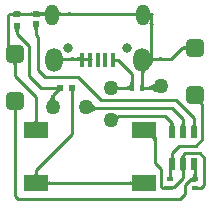
<source format=gtl>
G04*
G04 #@! TF.GenerationSoftware,Altium Limited,Altium Designer,22.5.1 (42)*
G04*
G04 Layer_Physical_Order=1*
G04 Layer_Color=255*
%FSLAX44Y44*%
%MOMM*%
G71*
G04*
G04 #@! TF.SameCoordinates,58EBD81C-6F45-4402-977D-F62170CEE2AC*
G04*
G04*
G04 #@! TF.FilePolarity,Positive*
G04*
G01*
G75*
%ADD13C,0.2540*%
%ADD16R,2.1000X1.4000*%
%ADD17R,0.6000X0.5000*%
%ADD18R,0.5000X0.5000*%
%ADD19R,0.5000X0.4000*%
%ADD20R,0.4000X0.5000*%
%ADD21R,0.4750X0.5000*%
%ADD22R,0.6000X1.0000*%
%ADD23R,0.4500X1.3000*%
G04:AMPARAMS|DCode=24|XSize=1.524mm|YSize=1.524mm|CornerRadius=0.381mm|HoleSize=0mm|Usage=FLASHONLY|Rotation=90.000|XOffset=0mm|YOffset=0mm|HoleType=Round|Shape=RoundedRectangle|*
%AMROUNDEDRECTD24*
21,1,1.5240,0.7620,0,0,90.0*
21,1,0.7620,1.5240,0,0,90.0*
1,1,0.7620,0.3810,0.3810*
1,1,0.7620,0.3810,-0.3810*
1,1,0.7620,-0.3810,-0.3810*
1,1,0.7620,-0.3810,0.3810*
%
%ADD24ROUNDEDRECTD24*%
%ADD33C,0.8000*%
%ADD34O,1.1500X1.8000*%
%ADD35O,1.4500X2.0000*%
%ADD36C,1.2700*%
G36*
X48287Y164411D02*
X48344Y164312D01*
X48438Y164225D01*
X48569Y164149D01*
X48739Y164085D01*
X48946Y164033D01*
X49190Y163992D01*
X49473Y163963D01*
X50150Y163940D01*
Y161400D01*
X49792Y161394D01*
X49190Y161348D01*
X48946Y161307D01*
X48739Y161255D01*
X48569Y161191D01*
X48438Y161115D01*
X48344Y161028D01*
X48287Y160929D01*
X48268Y160819D01*
Y164521D01*
X48287Y164411D01*
D02*
G37*
G36*
X26142Y160364D02*
X26116Y160524D01*
X26040Y160668D01*
X25913Y160795D01*
X25735Y160905D01*
X25506Y160998D01*
X25227Y161075D01*
X24897Y161134D01*
X24516Y161176D01*
X23602Y161210D01*
Y163750D01*
X24084Y163763D01*
X24516Y163801D01*
X24897Y163864D01*
X25227Y163953D01*
X25506Y164067D01*
X25735Y164207D01*
X25913Y164372D01*
X26040Y164563D01*
X26116Y164779D01*
X26142Y165020D01*
Y160364D01*
D02*
G37*
G36*
X121912Y160130D02*
X121886Y160371D01*
X121809Y160587D01*
X121680Y160778D01*
X121500Y160943D01*
X121269Y161082D01*
X120986Y161197D01*
X120652Y161286D01*
X120267Y161349D01*
X119830Y161387D01*
X119341Y161400D01*
Y163940D01*
X119830Y163953D01*
X120267Y163991D01*
X120652Y164054D01*
X120986Y164143D01*
X121269Y164258D01*
X121500Y164397D01*
X121680Y164562D01*
X121809Y164753D01*
X121886Y164969D01*
X121912Y165210D01*
Y160130D01*
D02*
G37*
G36*
X55914Y164969D02*
X55991Y164753D01*
X56120Y164562D01*
X56300Y164397D01*
X56531Y164258D01*
X56814Y164143D01*
X57148Y164054D01*
X57533Y163991D01*
X57970Y163953D01*
X58459Y163940D01*
Y161400D01*
X57970Y161387D01*
X57533Y161349D01*
X57148Y161286D01*
X56814Y161197D01*
X56531Y161082D01*
X56300Y160943D01*
X56120Y160778D01*
X55991Y160587D01*
X55914Y160371D01*
X55888Y160130D01*
Y165210D01*
X55914Y164969D01*
D02*
G37*
G36*
X32077D02*
X32155Y164753D01*
X32285Y164562D01*
X32465Y164397D01*
X32697Y164258D01*
X32979Y164143D01*
X33313Y164054D01*
X33698Y163991D01*
X34134Y163953D01*
X34424Y163945D01*
X34720Y163953D01*
X35167Y163991D01*
X35562Y164054D01*
X35904Y164143D01*
X36195Y164256D01*
X36433Y164396D01*
X36619Y164560D01*
X36753Y164750D01*
X36835Y164965D01*
X36865Y165206D01*
X36792Y160130D01*
X36769Y160371D01*
X36695Y160587D01*
X36568Y160778D01*
X36389Y160943D01*
X36158Y161082D01*
X35875Y161197D01*
X35540Y161286D01*
X35152Y161349D01*
X34713Y161387D01*
X34402Y161395D01*
X34138Y161390D01*
X33325Y161307D01*
X32995Y161234D01*
X32716Y161141D01*
X32487Y161027D01*
X32309Y160892D01*
X32182Y160737D01*
X32106Y160560D01*
X32081Y160364D01*
X32050Y165210D01*
X32077Y164969D01*
D02*
G37*
G36*
X15195Y164722D02*
X15271Y164518D01*
X15398Y164338D01*
X15576Y164182D01*
X15805Y164050D01*
X16084Y163942D01*
X16414Y163858D01*
X16795Y163798D01*
X17227Y163762D01*
X17709Y163750D01*
Y161210D01*
X17227Y161198D01*
X16795Y161162D01*
X16414Y161102D01*
X16084Y161018D01*
X15805Y160910D01*
X15576Y160778D01*
X15398Y160622D01*
X15271Y160442D01*
X15195Y160238D01*
X15170Y160011D01*
Y164949D01*
X15195Y164722D01*
D02*
G37*
G36*
X10230Y160011D02*
X10205Y160238D01*
X10129Y160442D01*
X10002Y160622D01*
X9824Y160778D01*
X9596Y160910D01*
X9316Y161018D01*
X8986Y161102D01*
X8605Y161162D01*
X8173Y161198D01*
X7691Y161210D01*
Y163750D01*
X8173Y163762D01*
X8605Y163798D01*
X8986Y163858D01*
X9316Y163942D01*
X9596Y164050D01*
X9824Y164182D01*
X10002Y164338D01*
X10129Y164518D01*
X10205Y164722D01*
X10230Y164949D01*
Y160011D01*
D02*
G37*
G36*
X129428Y153999D02*
X129189Y154005D01*
X128975Y153947D01*
X128787Y153825D01*
X128623Y153639D01*
X128485Y153389D01*
X128371Y153075D01*
X128283Y152697D01*
X128220Y152255D01*
X128183Y151749D01*
X128170Y151180D01*
X125630Y151526D01*
X125618Y152106D01*
X125517Y153096D01*
X125430Y153505D01*
X125317Y153857D01*
X125180Y154152D01*
X125017Y154389D01*
X124829Y154570D01*
X124616Y154693D01*
X124379Y154759D01*
X129428Y153999D01*
D02*
G37*
G36*
X31410Y151368D02*
X31194Y151291D01*
X31003Y151163D01*
X30838Y150983D01*
X30698Y150751D01*
X30584Y150469D01*
X30495Y150134D01*
X30432Y149749D01*
X30394Y149312D01*
X30381Y148823D01*
X27841D01*
X27828Y149312D01*
X27790Y149749D01*
X27727Y150134D01*
X27638Y150469D01*
X27524Y150751D01*
X27384Y150983D01*
X27219Y151163D01*
X27028Y151291D01*
X26812Y151368D01*
X26571Y151394D01*
X31651D01*
X31410Y151368D01*
D02*
G37*
G36*
X14942Y149985D02*
X14738Y149909D01*
X14558Y149782D01*
X14402Y149604D01*
X14270Y149375D01*
X14162Y149096D01*
X14078Y148766D01*
X14018Y148385D01*
X13982Y147953D01*
X13970Y147471D01*
X11430D01*
X11418Y147953D01*
X11382Y148385D01*
X11322Y148766D01*
X11238Y149096D01*
X11130Y149375D01*
X10998Y149604D01*
X10842Y149782D01*
X10662Y149909D01*
X10458Y149985D01*
X10230Y150010D01*
X15170D01*
X14942Y149985D01*
D02*
G37*
G36*
X128170Y136892D02*
X128182Y136334D01*
X128220Y135831D01*
X128283Y135385D01*
X128371Y134994D01*
X128484Y134659D01*
X128622Y134380D01*
X128785Y134157D01*
X128974Y133989D01*
X129187Y133877D01*
X129426Y133821D01*
X124369Y134392D01*
X124608Y134394D01*
X124823Y134457D01*
X125012Y134582D01*
X125176Y134767D01*
X125315Y135014D01*
X125428Y135321D01*
X125517Y135690D01*
X125580Y136120D01*
X125617Y136611D01*
X125630Y137163D01*
X128170Y136892D01*
D02*
G37*
G36*
X156238Y131440D02*
X156213Y131681D01*
X156136Y131897D01*
X156007Y132088D01*
X155827Y132253D01*
X155596Y132393D01*
X155313Y132507D01*
X154979Y132596D01*
X154593Y132659D01*
X154156Y132697D01*
X153668Y132710D01*
Y135250D01*
X154156Y135263D01*
X154593Y135301D01*
X154979Y135364D01*
X155313Y135453D01*
X155596Y135568D01*
X155827Y135707D01*
X156007Y135872D01*
X156136Y136063D01*
X156213Y136279D01*
X156238Y136520D01*
Y131440D01*
D02*
G37*
G36*
X133400Y126969D02*
X133477Y126753D01*
X133605Y126562D01*
X133785Y126397D01*
X134017Y126257D01*
X134299Y126143D01*
X134634Y126054D01*
X135019Y125991D01*
X135456Y125953D01*
X135944Y125940D01*
Y123400D01*
X135456Y123387D01*
X135019Y123349D01*
X134634Y123286D01*
X134299Y123197D01*
X134017Y123083D01*
X133785Y122943D01*
X133605Y122778D01*
X133477Y122587D01*
X133400Y122371D01*
X133374Y122130D01*
Y127210D01*
X133400Y126969D01*
D02*
G37*
G36*
X66091Y122130D02*
X66065Y122371D01*
X65988Y122587D01*
X65860Y122778D01*
X65680Y122943D01*
X65448Y123083D01*
X65166Y123197D01*
X64831Y123286D01*
X64446Y123349D01*
X64009Y123387D01*
X63520Y123400D01*
Y125940D01*
X64009Y125953D01*
X64446Y125991D01*
X64831Y126054D01*
X65166Y126143D01*
X65448Y126257D01*
X65680Y126397D01*
X65860Y126562D01*
X65988Y126753D01*
X66065Y126969D01*
X66091Y127210D01*
Y122130D01*
D02*
G37*
G36*
X58900Y126969D02*
X58977Y126753D01*
X59105Y126562D01*
X59285Y126397D01*
X59517Y126257D01*
X59799Y126143D01*
X60134Y126054D01*
X60519Y125991D01*
X60956Y125953D01*
X61445Y125940D01*
Y123400D01*
X60956Y123387D01*
X60519Y123349D01*
X60134Y123286D01*
X59799Y123197D01*
X59517Y123083D01*
X59285Y122943D01*
X59105Y122778D01*
X58977Y122587D01*
X58900Y122371D01*
X58874Y122130D01*
Y127210D01*
X58900Y126969D01*
D02*
G37*
G36*
X96493Y125545D02*
X96564Y125361D01*
X96684Y125198D01*
X96850Y125058D01*
X97065Y124938D01*
X97327Y124841D01*
X97637Y124765D01*
X97994Y124711D01*
X98399Y124679D01*
X98852Y124668D01*
Y122128D01*
X98399Y122117D01*
X97994Y122085D01*
X97637Y122030D01*
X97327Y121955D01*
X97065Y121857D01*
X96850Y121738D01*
X96684Y121597D01*
X96564Y121435D01*
X96493Y121251D01*
X96469Y121045D01*
Y125751D01*
X96493Y125545D01*
D02*
G37*
G36*
X13729Y121283D02*
X13513Y121206D01*
X13322Y121077D01*
X13157Y120897D01*
X13017Y120666D01*
X12903Y120383D01*
X12814Y120049D01*
X12751Y119663D01*
X12713Y119226D01*
X12700Y118738D01*
X10160D01*
X10147Y119226D01*
X10109Y119663D01*
X10046Y120049D01*
X9957Y120383D01*
X9843Y120666D01*
X9703Y120897D01*
X9538Y121077D01*
X9347Y121206D01*
X9131Y121283D01*
X8890Y121308D01*
X13970D01*
X13729Y121283D01*
D02*
G37*
G36*
X123380Y115249D02*
X123185Y115393D01*
X122968Y115479D01*
X122727Y115506D01*
X122463Y115474D01*
X122177Y115384D01*
X121867Y115234D01*
X121535Y115027D01*
X121179Y114760D01*
X120801Y114435D01*
X120399Y114052D01*
X118560Y115804D01*
X118942Y116204D01*
X119264Y116580D01*
X119527Y116933D01*
X119731Y117261D01*
X119875Y117566D01*
X119960Y117847D01*
X119985Y118104D01*
X119950Y118337D01*
X119856Y118546D01*
X119703Y118731D01*
X123380Y115249D01*
D02*
G37*
G36*
X111514Y104857D02*
X111590Y104044D01*
X111657Y103714D01*
X111743Y103434D01*
X111848Y103206D01*
X111972Y103028D01*
X112115Y102901D01*
X112278Y102825D01*
X112459Y102800D01*
X108520D01*
X108605Y102825D01*
X108680Y102901D01*
X108747Y103028D01*
X108804Y103206D01*
X108853Y103434D01*
X108893Y103714D01*
X108946Y104425D01*
X108964Y105339D01*
X111504D01*
X111514Y104857D01*
D02*
G37*
G36*
X108520Y97860D02*
X108495Y98088D01*
X108419Y98292D01*
X108292Y98472D01*
X108114Y98628D01*
X107886Y98760D01*
X107606Y98868D01*
X107276Y98952D01*
X106895Y99012D01*
X106463Y99048D01*
X105981Y99060D01*
Y101600D01*
X106463Y101612D01*
X106895Y101648D01*
X107276Y101708D01*
X107606Y101792D01*
X107886Y101900D01*
X108114Y102032D01*
X108292Y102188D01*
X108419Y102368D01*
X108495Y102572D01*
X108520Y102800D01*
Y97860D01*
D02*
G37*
G36*
X131066Y96338D02*
X130280Y96855D01*
X128159Y98080D01*
X127532Y98379D01*
X126396Y98815D01*
X125888Y98951D01*
X125419Y99033D01*
X124990Y99060D01*
X124460Y101600D01*
X124976Y101635D01*
X125484Y101738D01*
X125986Y101910D01*
X126480Y102152D01*
X126966Y102462D01*
X127445Y102841D01*
X127917Y103290D01*
X128381Y103807D01*
X128838Y104393D01*
X129288Y105048D01*
X131066Y96338D01*
D02*
G37*
G36*
X44482Y93368D02*
X44577Y92869D01*
X44736Y92355D01*
X44958Y91827D01*
X45244Y91285D01*
X45593Y90728D01*
X46006Y90157D01*
X46482Y89571D01*
X47625Y88355D01*
X38735D01*
X39338Y88970D01*
X40354Y90157D01*
X40767Y90728D01*
X41116Y91285D01*
X41402Y91827D01*
X41624Y92355D01*
X41783Y92869D01*
X41878Y93368D01*
X41910Y93852D01*
X44450D01*
X44482Y93368D01*
D02*
G37*
G36*
X76832Y86754D02*
X77307Y86172D01*
X77787Y85659D01*
X78272Y85213D01*
X78761Y84837D01*
X79255Y84529D01*
X79754Y84289D01*
X80257Y84118D01*
X80765Y84015D01*
X81278Y83981D01*
X80817Y81441D01*
X80379Y81413D01*
X79905Y81329D01*
X79395Y81190D01*
X78848Y80995D01*
X78265Y80744D01*
X77646Y80437D01*
X76300Y79655D01*
X74809Y78651D01*
X76361Y87405D01*
X76832Y86754D01*
D02*
G37*
G36*
X30713Y73431D02*
X30751Y72994D01*
X30814Y72609D01*
X30903Y72274D01*
X31017Y71992D01*
X31157Y71760D01*
X31322Y71580D01*
X31513Y71452D01*
X31729Y71375D01*
X31970Y71349D01*
X26890D01*
X27131Y71375D01*
X27347Y71452D01*
X27538Y71580D01*
X27703Y71760D01*
X27843Y71992D01*
X27957Y72274D01*
X28046Y72609D01*
X28109Y72994D01*
X28147Y73431D01*
X28160Y73920D01*
X30700D01*
X30713Y73431D01*
D02*
G37*
G36*
X164453Y70057D02*
X164491Y69625D01*
X164554Y69244D01*
X164643Y68914D01*
X164757Y68635D01*
X164897Y68406D01*
X165062Y68228D01*
X165253Y68101D01*
X165469Y68025D01*
X165710Y68000D01*
X160630D01*
X160871Y68025D01*
X161087Y68101D01*
X161278Y68228D01*
X161443Y68406D01*
X161583Y68635D01*
X161697Y68914D01*
X161786Y69244D01*
X161849Y69625D01*
X161887Y70057D01*
X161900Y70539D01*
X164440D01*
X164453Y70057D01*
D02*
G37*
G36*
X154953D02*
X154991Y69625D01*
X155054Y69244D01*
X155143Y68914D01*
X155258Y68635D01*
X155397Y68406D01*
X155562Y68228D01*
X155753Y68101D01*
X155969Y68025D01*
X156210Y68000D01*
X151130D01*
X151371Y68025D01*
X151587Y68101D01*
X151778Y68228D01*
X151943Y68406D01*
X152083Y68635D01*
X152197Y68914D01*
X152286Y69244D01*
X152349Y69625D01*
X152387Y70057D01*
X152400Y70539D01*
X154940D01*
X154953Y70057D01*
D02*
G37*
G36*
X145453D02*
X145491Y69625D01*
X145554Y69244D01*
X145643Y68914D01*
X145758Y68635D01*
X145897Y68406D01*
X146062Y68228D01*
X146253Y68101D01*
X146469Y68025D01*
X146710Y68000D01*
X141630D01*
X141871Y68025D01*
X142087Y68101D01*
X142278Y68228D01*
X142443Y68406D01*
X142583Y68635D01*
X142697Y68914D01*
X142786Y69244D01*
X142849Y69625D01*
X142887Y70057D01*
X142900Y70539D01*
X145440D01*
X145453Y70057D01*
D02*
G37*
G36*
X126726Y65770D02*
X128667Y61625D01*
X128924Y61214D01*
X129162Y60884D01*
X129381Y60635D01*
X128336Y58088D01*
X127933Y58441D01*
X127498Y58726D01*
X127032Y58942D01*
X126534Y59091D01*
X126004Y59171D01*
X125442Y59184D01*
X124849Y59128D01*
X124224Y59004D01*
X123567Y58811D01*
X122879Y58551D01*
X126337Y66741D01*
X126726Y65770D01*
D02*
G37*
G36*
X130899Y57441D02*
X130883Y57415D01*
X130867Y57339D01*
X130854Y57212D01*
X130832Y56806D01*
X130810Y54900D01*
X128270D01*
X128257Y55387D01*
X128219Y55823D01*
X128156Y56207D01*
X128067Y56541D01*
X127952Y56823D01*
X127813Y57055D01*
X127648Y57235D01*
X127457Y57365D01*
X127241Y57443D01*
X127000Y57471D01*
X130899Y57441D01*
D02*
G37*
G36*
X154949Y42766D02*
X155022Y42068D01*
X155086Y41785D01*
X155168Y41545D01*
X155268Y41348D01*
X155386Y41196D01*
X155523Y41087D01*
X155677Y41021D01*
X155850Y40999D01*
X151489D01*
X151663Y41021D01*
X151817Y41087D01*
X151954Y41196D01*
X152072Y41348D01*
X152172Y41545D01*
X152254Y41785D01*
X152318Y42068D01*
X152364Y42395D01*
X152391Y42766D01*
X152400Y43180D01*
X154940D01*
X154949Y42766D01*
D02*
G37*
G36*
X155969Y31065D02*
X155753Y30988D01*
X155562Y30860D01*
X155397Y30680D01*
X155258Y30448D01*
X155143Y30166D01*
X155054Y29831D01*
X154991Y29446D01*
X154953Y29009D01*
X154940Y28521D01*
X152400D01*
X152387Y29009D01*
X152349Y29446D01*
X152286Y29831D01*
X152197Y30166D01*
X152083Y30448D01*
X151943Y30680D01*
X151778Y30860D01*
X151587Y30988D01*
X151371Y31065D01*
X151130Y31091D01*
X156210D01*
X155969Y31065D01*
D02*
G37*
G36*
X30713Y28431D02*
X30751Y27994D01*
X30814Y27609D01*
X30903Y27274D01*
X31017Y26992D01*
X31157Y26760D01*
X31322Y26580D01*
X31513Y26452D01*
X31729Y26375D01*
X31970Y26349D01*
X26890D01*
X27131Y26375D01*
X27347Y26452D01*
X27538Y26580D01*
X27703Y26760D01*
X27843Y26992D01*
X27957Y27274D01*
X28046Y27609D01*
X28109Y27994D01*
X28147Y28431D01*
X28160Y28919D01*
X30700D01*
X30713Y28431D01*
D02*
G37*
G36*
X164783Y27073D02*
X164821Y26637D01*
X164884Y26252D01*
X164973Y25918D01*
X165088Y25636D01*
X165227Y25404D01*
X165392Y25224D01*
X165583Y25094D01*
X165799Y25016D01*
X166040Y24989D01*
X161360Y25020D01*
X161526Y25045D01*
X161674Y25121D01*
X161804Y25248D01*
X161917Y25426D01*
X162013Y25654D01*
X162091Y25934D01*
X162152Y26264D01*
X162195Y26645D01*
X162221Y27077D01*
X162230Y27559D01*
X164770D01*
X164783Y27073D01*
D02*
G37*
G36*
X161360Y21081D02*
X161343Y21093D01*
X161292Y21105D01*
X161207Y21115D01*
X160934Y21131D01*
X159654Y21148D01*
Y23688D01*
X159978Y23692D01*
X160746Y23758D01*
X160934Y23797D01*
X161087Y23845D01*
X161207Y23902D01*
X161292Y23967D01*
X161343Y24041D01*
X161360Y24124D01*
Y21081D01*
D02*
G37*
G36*
X109960Y16870D02*
X109935Y17111D01*
X109859Y17327D01*
X109732Y17518D01*
X109554Y17683D01*
X109326Y17823D01*
X109046Y17937D01*
X108716Y18026D01*
X108335Y18089D01*
X107903Y18127D01*
X107421Y18140D01*
Y20680D01*
X107903Y20693D01*
X108335Y20731D01*
X108716Y20794D01*
X109046Y20883D01*
X109326Y20998D01*
X109554Y21137D01*
X109732Y21302D01*
X109859Y21493D01*
X109935Y21709D01*
X109960Y21950D01*
Y16870D01*
D02*
G37*
G36*
X39895Y21709D02*
X39972Y21493D01*
X40100Y21302D01*
X40280Y21137D01*
X40512Y20998D01*
X40794Y20883D01*
X41129Y20794D01*
X41514Y20731D01*
X41951Y20693D01*
X42439Y20680D01*
Y18140D01*
X41951Y18127D01*
X41514Y18089D01*
X41129Y18026D01*
X40794Y17937D01*
X40512Y17823D01*
X40280Y17683D01*
X40100Y17518D01*
X39972Y17327D01*
X39895Y17111D01*
X39869Y16870D01*
Y21950D01*
X39895Y21709D01*
D02*
G37*
G36*
X166324Y16887D02*
X166396Y16768D01*
X166517Y16663D01*
X166687Y16572D01*
X166905Y16495D01*
X167171Y16432D01*
X167486Y16383D01*
X167849Y16348D01*
X168720Y16320D01*
Y13780D01*
X168260Y13773D01*
X167486Y13717D01*
X167171Y13668D01*
X166905Y13605D01*
X166687Y13528D01*
X166517Y13437D01*
X166396Y13332D01*
X166324Y13213D01*
X166299Y13081D01*
Y17019D01*
X166324Y16887D01*
D02*
G37*
G36*
X139770Y13081D02*
X139745Y13306D01*
X139669Y13508D01*
X139542Y13686D01*
X139364Y13840D01*
X139136Y13971D01*
X138856Y14078D01*
X138526Y14161D01*
X138145Y14220D01*
X137713Y14256D01*
X137231Y14268D01*
Y16808D01*
X137713Y16810D01*
X139669Y16943D01*
X139745Y16979D01*
X139770Y17019D01*
Y13081D01*
D02*
G37*
D13*
X94280Y124378D02*
Y125673D01*
X98852Y123398D02*
X110234Y112016D01*
Y100586D02*
Y112016D01*
X94280Y124378D02*
X95260Y123398D01*
X98852D01*
X109490Y100330D02*
X110490D01*
X92710D02*
X109490D01*
X110234Y100586D02*
X110490Y100330D01*
X22860Y110490D02*
Y135890D01*
Y110490D02*
X33020Y100330D01*
X48254D01*
X12700Y146050D02*
X22860Y135890D01*
X36830Y109220D02*
X64770D01*
X30993Y115057D02*
Y142997D01*
Y115057D02*
X36830Y109220D01*
X29111Y144879D02*
X30993Y142997D01*
X64770Y109220D02*
X83820Y90170D01*
X153030Y133980D02*
X163830D01*
X143720Y124670D02*
X153030Y133980D01*
X126150Y124670D02*
X143720D01*
X145832Y15780D02*
X153670Y23618D01*
Y43180D01*
X155330Y44840D01*
X167748D01*
X159654Y22418D02*
X162600D01*
X163500Y23318D01*
X154940Y17704D02*
X159654Y22418D01*
X163500Y23318D02*
Y35700D01*
X154940Y10160D02*
Y17704D01*
X142970Y15780D02*
X145832D01*
X142240Y15050D02*
X142970Y15780D01*
X151130Y6350D02*
X154940Y10160D01*
X13970Y6350D02*
X151130D01*
X11430Y8890D02*
X13970Y6350D01*
X11430Y8890D02*
Y88900D01*
X163170Y36030D02*
X163500Y35700D01*
X28900Y162670D02*
X50150D01*
X59735Y61006D02*
Y100330D01*
X29430Y19410D02*
Y30700D01*
X59735Y61006D01*
X50150Y162670D02*
X127650D01*
X5080Y136625D02*
X11430Y130275D01*
X29111Y144879D02*
Y153833D01*
X12700Y162480D02*
X28710D01*
X6568D02*
X12700D01*
X28710D02*
X28900Y162670D01*
X5080Y136625D02*
Y160992D01*
X6568Y162480D01*
X12700Y146050D02*
Y152480D01*
X43180Y83820D02*
Y94025D01*
X49485Y100205D02*
Y100330D01*
X48380Y99100D02*
X49485Y100205D01*
X48254Y99100D02*
X48380D01*
X43180Y94025D02*
X48254Y99100D01*
X147320Y90170D02*
X163170Y74320D01*
X83820Y90170D02*
X147320D01*
X99108Y76200D02*
X138675D01*
X92710Y72551D02*
X95459D01*
X99108Y76200D01*
X138675D02*
X144170Y70705D01*
X72229Y82711D02*
X144619D01*
X71120Y83820D02*
X72229Y82711D01*
X144619D02*
X153670Y73660D01*
X144170Y63040D02*
Y70705D01*
X153670Y63030D02*
Y73660D01*
X133350Y100330D02*
X134620Y101600D01*
X118490Y100330D02*
X133350D01*
X141752Y15538D02*
X142240Y15050D01*
X134740Y16728D02*
Y31630D01*
X135930Y15538D02*
X141752D01*
X134740Y16728D02*
X135930Y15538D01*
X129540Y36830D02*
X134740Y31630D01*
X129540Y36830D02*
Y58680D01*
X123810Y64410D02*
X129540Y58680D01*
X120430Y64410D02*
X123810D01*
X163170Y63030D02*
Y74320D01*
X11430Y110490D02*
X29430Y92490D01*
X11430Y110490D02*
Y128900D01*
X29430Y64410D02*
Y92490D01*
X32930Y19410D02*
X120430D01*
X29430D02*
X32930D01*
X150130Y50800D02*
X164328D01*
X144170Y44840D02*
X150130Y50800D01*
X164328D02*
X169980Y56452D01*
X163830Y92605D02*
Y93980D01*
Y92605D02*
X169980Y86455D01*
Y56452D02*
Y86455D01*
X171450Y17780D02*
Y41138D01*
X167748Y44840D02*
X171450Y41138D01*
X168720Y15050D02*
X171450Y17780D01*
X144170Y36030D02*
Y44840D01*
X142240Y23050D02*
Y32100D01*
X144170Y34030D01*
Y36030D01*
X163830Y15050D02*
X168720D01*
X118490Y100330D02*
Y113939D01*
X126150Y121599D01*
Y124670D01*
X11430Y128900D02*
Y130275D01*
X126900Y125420D02*
Y161920D01*
X127650Y162670D01*
X126150Y124670D02*
X126900Y125420D01*
X51650Y124670D02*
X75900D01*
D16*
X29430Y19410D02*
D03*
X120430D02*
D03*
X29430Y64410D02*
D03*
X120430D02*
D03*
D17*
X29111Y153833D02*
D03*
Y162833D02*
D03*
D18*
X12700Y152480D02*
D03*
Y162480D02*
D03*
D19*
X142240Y15050D02*
D03*
Y23050D02*
D03*
X163830Y15050D02*
D03*
Y23050D02*
D03*
D20*
X118490Y100330D02*
D03*
X110490D02*
D03*
D21*
X49485D02*
D03*
X59735D02*
D03*
D22*
X144170Y36030D02*
D03*
X153670D02*
D03*
X163170D02*
D03*
Y63030D02*
D03*
X153670D02*
D03*
X144170D02*
D03*
D23*
X74780Y123400D02*
D03*
X81280D02*
D03*
X87780D02*
D03*
X68280D02*
D03*
X94280D02*
D03*
D24*
X163830Y93980D02*
D03*
Y133980D02*
D03*
X11430Y88900D02*
D03*
Y128900D02*
D03*
D33*
X56280Y133900D02*
D03*
X106280D02*
D03*
D34*
X42530Y161400D02*
D03*
X120030D02*
D03*
D35*
X44030Y123400D02*
D03*
X118530D02*
D03*
D36*
X43180Y83820D02*
D03*
X92710Y72551D02*
D03*
X71120Y83820D02*
D03*
X92710Y100330D02*
D03*
X134620Y101600D02*
D03*
X120430Y64410D02*
D03*
M02*

</source>
